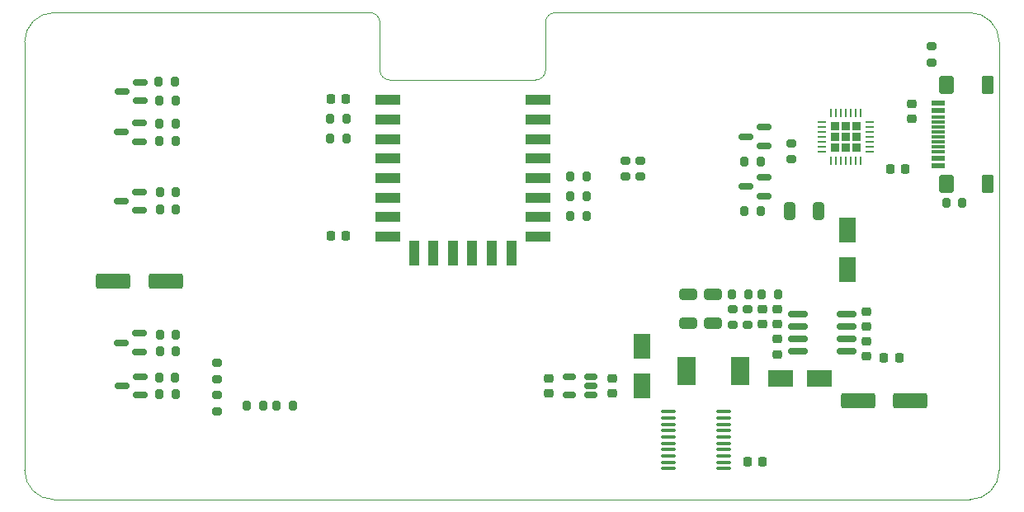
<source format=gtp>
G04 #@! TF.GenerationSoftware,KiCad,Pcbnew,(5.99.0-10216-g675444a646)*
G04 #@! TF.CreationDate,2021-05-11T20:11:49+02:00*
G04 #@! TF.ProjectId,ESP-Hiro,4553502d-4869-4726-9f2e-6b696361645f,rev?*
G04 #@! TF.SameCoordinates,Original*
G04 #@! TF.FileFunction,Paste,Top*
G04 #@! TF.FilePolarity,Positive*
%FSLAX46Y46*%
G04 Gerber Fmt 4.6, Leading zero omitted, Abs format (unit mm)*
G04 Created by KiCad (PCBNEW (5.99.0-10216-g675444a646)) date 2021-05-11 20:11:49*
%MOMM*%
%LPD*%
G01*
G04 APERTURE LIST*
G04 Aperture macros list*
%AMRoundRect*
0 Rectangle with rounded corners*
0 $1 Rounding radius*
0 $2 $3 $4 $5 $6 $7 $8 $9 X,Y pos of 4 corners*
0 Add a 4 corners polygon primitive as box body*
4,1,4,$2,$3,$4,$5,$6,$7,$8,$9,$2,$3,0*
0 Add four circle primitives for the rounded corners*
1,1,$1+$1,$2,$3*
1,1,$1+$1,$4,$5*
1,1,$1+$1,$6,$7*
1,1,$1+$1,$8,$9*
0 Add four rect primitives between the rounded corners*
20,1,$1+$1,$2,$3,$4,$5,0*
20,1,$1+$1,$4,$5,$6,$7,0*
20,1,$1+$1,$6,$7,$8,$9,0*
20,1,$1+$1,$8,$9,$2,$3,0*%
G04 Aperture macros list end*
G04 #@! TA.AperFunction,Profile*
%ADD10C,0.050000*%
G04 #@! TD*
%ADD11RoundRect,0.225000X-0.250000X0.225000X-0.250000X-0.225000X0.250000X-0.225000X0.250000X0.225000X0*%
%ADD12RoundRect,0.225000X0.250000X-0.225000X0.250000X0.225000X-0.250000X0.225000X-0.250000X-0.225000X0*%
%ADD13RoundRect,0.250000X0.650000X-0.325000X0.650000X0.325000X-0.650000X0.325000X-0.650000X-0.325000X0*%
%ADD14RoundRect,0.225000X-0.225000X-0.250000X0.225000X-0.250000X0.225000X0.250000X-0.225000X0.250000X0*%
%ADD15R,2.500000X1.800000*%
%ADD16RoundRect,0.150000X0.587500X0.150000X-0.587500X0.150000X-0.587500X-0.150000X0.587500X-0.150000X0*%
%ADD17RoundRect,0.200000X0.200000X0.275000X-0.200000X0.275000X-0.200000X-0.275000X0.200000X-0.275000X0*%
%ADD18RoundRect,0.200000X0.275000X-0.200000X0.275000X0.200000X-0.275000X0.200000X-0.275000X-0.200000X0*%
%ADD19RoundRect,0.200000X-0.200000X-0.275000X0.200000X-0.275000X0.200000X0.275000X-0.200000X0.275000X0*%
%ADD20RoundRect,0.200000X-0.275000X0.200000X-0.275000X-0.200000X0.275000X-0.200000X0.275000X0.200000X0*%
%ADD21RoundRect,0.150000X0.825000X0.150000X-0.825000X0.150000X-0.825000X-0.150000X0.825000X-0.150000X0*%
%ADD22RoundRect,0.150000X0.512500X0.150000X-0.512500X0.150000X-0.512500X-0.150000X0.512500X-0.150000X0*%
%ADD23RoundRect,0.250000X0.325000X0.650000X-0.325000X0.650000X-0.325000X-0.650000X0.325000X-0.650000X0*%
%ADD24RoundRect,0.225000X0.225000X0.250000X-0.225000X0.250000X-0.225000X-0.250000X0.225000X-0.250000X0*%
%ADD25R,1.800000X2.500000*%
%ADD26RoundRect,0.225000X0.225000X0.225000X-0.225000X0.225000X-0.225000X-0.225000X0.225000X-0.225000X0*%
%ADD27RoundRect,0.062500X0.337500X0.062500X-0.337500X0.062500X-0.337500X-0.062500X0.337500X-0.062500X0*%
%ADD28RoundRect,0.062500X0.062500X0.337500X-0.062500X0.337500X-0.062500X-0.337500X0.062500X-0.337500X0*%
%ADD29R,1.450000X0.600000*%
%ADD30R,1.450000X0.300000*%
%ADD31RoundRect,0.120000X0.480000X-0.780000X0.480000X0.780000X-0.480000X0.780000X-0.480000X-0.780000X0*%
%ADD32RoundRect,0.145000X0.580000X-0.755000X0.580000X0.755000X-0.580000X0.755000X-0.580000X-0.755000X0*%
%ADD33R,1.950000X3.000000*%
%ADD34R,2.500000X1.100000*%
%ADD35R,1.100000X2.500000*%
%ADD36RoundRect,0.250000X-1.500000X-0.550000X1.500000X-0.550000X1.500000X0.550000X-1.500000X0.550000X0*%
%ADD37RoundRect,0.100000X0.637500X0.100000X-0.637500X0.100000X-0.637500X-0.100000X0.637500X-0.100000X0*%
%ADD38RoundRect,0.250000X1.500000X0.550000X-1.500000X0.550000X-1.500000X-0.550000X1.500000X-0.550000X0*%
G04 APERTURE END LIST*
D10*
X100000000Y-127000000D02*
X100000000Y-83000000D01*
X200000000Y-127000000D02*
G75*
G02*
X197000000Y-130000000I-3000000J0D01*
G01*
X100000000Y-83000000D02*
G75*
G02*
X103000000Y-80000000I3000000J0D01*
G01*
X154450000Y-80000000D02*
G75*
G03*
X153450000Y-81000000I0J-1000000D01*
G01*
X197000000Y-80000000D02*
X154450000Y-80000000D01*
X100000000Y-127000000D02*
G75*
G03*
X103000000Y-130000000I3000000J0D01*
G01*
X200000000Y-83000000D02*
X200000000Y-127000000D01*
X153450000Y-85900000D02*
G75*
G02*
X152450000Y-86900000I-1000000J0D01*
G01*
X136450000Y-81000000D02*
G75*
G03*
X135450000Y-80000000I-1000000J0D01*
G01*
X197000000Y-80000000D02*
G75*
G02*
X200000000Y-83000000I0J-3000000D01*
G01*
X136450000Y-85900000D02*
X136450000Y-81000000D01*
X153450000Y-85900000D02*
X153450000Y-81000000D01*
X103000000Y-80000000D02*
X135450000Y-80000000D01*
X137450000Y-86900000D02*
G75*
G02*
X136450000Y-85900000I0J1000000D01*
G01*
X137450000Y-86900000D02*
X152450000Y-86900000D01*
X197000000Y-130000000D02*
X103000000Y-130000000D01*
D11*
X186387000Y-113734000D03*
X186387000Y-115284000D03*
D12*
X177243000Y-115076002D03*
X177243000Y-113526002D03*
X186387000Y-112223000D03*
X186387000Y-110673000D03*
X177243000Y-112015002D03*
X177243000Y-110465002D03*
X175719000Y-112015002D03*
X175719000Y-110465002D03*
D13*
X168099000Y-111886002D03*
X168099000Y-108936002D03*
X170639000Y-111886002D03*
X170639000Y-108936002D03*
D14*
X131418000Y-88842000D03*
X132968000Y-88842000D03*
X131418000Y-102939000D03*
X132968000Y-102939000D03*
D12*
X160260000Y-119081000D03*
X160260000Y-117531000D03*
X153783000Y-119081000D03*
X153783000Y-117531000D03*
D15*
X177564000Y-117603002D03*
X181564000Y-117603002D03*
D16*
X111843000Y-89030000D03*
X111843000Y-87130000D03*
X109968000Y-88080000D03*
D17*
X177306000Y-108954002D03*
X175656000Y-108954002D03*
D18*
X172671000Y-112090002D03*
X172671000Y-110440002D03*
X174195000Y-112090002D03*
X174195000Y-110440002D03*
D19*
X172608000Y-108954002D03*
X174258000Y-108954002D03*
D18*
X161657000Y-96843000D03*
X161657000Y-95193000D03*
X163181000Y-96843000D03*
X163181000Y-95193000D03*
D17*
X157656000Y-96843000D03*
X156006000Y-96843000D03*
X157656000Y-98875000D03*
X156006000Y-98875000D03*
D19*
X131368000Y-92906000D03*
X133018000Y-92906000D03*
X131368000Y-90874000D03*
X133018000Y-90874000D03*
D17*
X157656000Y-100907000D03*
X156006000Y-100907000D03*
D20*
X119747000Y-119259000D03*
X119747000Y-120909000D03*
X119747000Y-115957000D03*
X119747000Y-117607000D03*
D19*
X113816600Y-88994400D03*
X115466600Y-88994400D03*
X113842000Y-93160000D03*
X115492000Y-93160000D03*
X113868900Y-100193200D03*
X115518900Y-100193200D03*
X113867400Y-114783000D03*
X115517400Y-114783000D03*
X113816600Y-119169600D03*
X115466600Y-119169600D03*
D17*
X115415800Y-87114800D03*
X113765800Y-87114800D03*
X115492000Y-91382000D03*
X113842000Y-91382000D03*
X115518900Y-98466000D03*
X113868900Y-98466000D03*
X115529600Y-113055800D03*
X113879600Y-113055800D03*
X115454400Y-117493200D03*
X113804400Y-117493200D03*
D21*
X184325000Y-114779000D03*
X184325000Y-113509000D03*
X184325000Y-112239000D03*
X184325000Y-110969000D03*
X179375000Y-110969000D03*
X179375000Y-112239000D03*
X179375000Y-113509000D03*
X179375000Y-114779000D03*
D22*
X158127500Y-119256000D03*
X158127500Y-118306000D03*
X158127500Y-117356000D03*
X155852500Y-117356000D03*
X155852500Y-119256000D03*
D11*
X190994000Y-89337000D03*
X190994000Y-90887000D03*
D23*
X181475000Y-100399000D03*
X178525000Y-100399000D03*
D24*
X190372000Y-96081000D03*
X188822000Y-96081000D03*
D25*
X184390000Y-106349800D03*
X184390000Y-102349800D03*
D16*
X175865500Y-98808500D03*
X175865500Y-96908500D03*
X173990500Y-97858500D03*
X175865500Y-93666000D03*
X175865500Y-91766000D03*
X173990500Y-92716000D03*
D18*
X193026000Y-85095000D03*
X193026000Y-83445000D03*
D17*
X196200000Y-99510000D03*
X194550000Y-99510000D03*
D20*
X178675000Y-93415000D03*
X178675000Y-95065000D03*
D17*
X175499000Y-100398500D03*
X173849000Y-100398500D03*
X175499000Y-95256000D03*
X173849000Y-95256000D03*
D26*
X185383000Y-92750000D03*
X183143000Y-91630000D03*
X184263000Y-92750000D03*
X185383000Y-91630000D03*
X184263000Y-93870000D03*
X183143000Y-93870000D03*
X183143000Y-92750000D03*
X185383000Y-93870000D03*
X184263000Y-91630000D03*
D27*
X186713000Y-94250000D03*
X186713000Y-93750000D03*
X186713000Y-93250000D03*
X186713000Y-92750000D03*
X186713000Y-92250000D03*
X186713000Y-91750000D03*
X186713000Y-91250000D03*
D28*
X185763000Y-90300000D03*
X185263000Y-90300000D03*
X184763000Y-90300000D03*
X184263000Y-90300000D03*
X183763000Y-90300000D03*
X183263000Y-90300000D03*
X182763000Y-90300000D03*
D27*
X181813000Y-91250000D03*
X181813000Y-91750000D03*
X181813000Y-92250000D03*
X181813000Y-92750000D03*
X181813000Y-93250000D03*
X181813000Y-93750000D03*
X181813000Y-94250000D03*
D28*
X182763000Y-95200000D03*
X183263000Y-95200000D03*
X183763000Y-95200000D03*
X184263000Y-95200000D03*
X184763000Y-95200000D03*
X185263000Y-95200000D03*
X185763000Y-95200000D03*
D29*
X193705000Y-95750000D03*
X193705000Y-94950000D03*
D30*
X193705000Y-93750000D03*
X193705000Y-92750000D03*
X193705000Y-92250000D03*
X193705000Y-91250000D03*
D29*
X193705000Y-90050000D03*
X193705000Y-89250000D03*
X193705000Y-89250000D03*
X193705000Y-90050000D03*
D30*
X193705000Y-90750000D03*
X193705000Y-91750000D03*
X193705000Y-93250000D03*
X193705000Y-94250000D03*
D29*
X193705000Y-94950000D03*
X193705000Y-95750000D03*
D31*
X198800000Y-97570000D03*
X198800000Y-87430000D03*
D32*
X194620000Y-97570000D03*
X194620000Y-87430000D03*
D33*
X167923200Y-116764200D03*
X173423200Y-116764200D03*
D16*
X111794500Y-93221000D03*
X111794500Y-91321000D03*
X109919500Y-92271000D03*
D19*
X125844000Y-120338000D03*
X127494000Y-120338000D03*
D16*
X111870700Y-119256000D03*
X111870700Y-117356000D03*
X109995700Y-118306000D03*
D34*
X137250000Y-88983000D03*
X137250000Y-90983000D03*
X137250000Y-92983000D03*
X137250000Y-94983000D03*
X137250000Y-96983000D03*
X137250000Y-98983000D03*
X137250000Y-100983000D03*
X137250000Y-102983000D03*
X152650000Y-102983000D03*
X152650000Y-100983000D03*
X152650000Y-98983000D03*
X152650000Y-96983000D03*
X152650000Y-94983000D03*
X152650000Y-92983000D03*
X152650000Y-90983000D03*
X152650000Y-88983000D03*
D35*
X139940000Y-104683000D03*
X141940000Y-104683000D03*
X143940000Y-104683000D03*
X145940000Y-104683000D03*
X147940000Y-104683000D03*
X149940000Y-104683000D03*
D24*
X175690000Y-126086000D03*
X174140000Y-126086000D03*
D17*
X124446000Y-120338000D03*
X122796000Y-120338000D03*
D25*
X163358000Y-118281600D03*
X163358000Y-114281600D03*
D36*
X109096000Y-107544000D03*
X114496000Y-107544000D03*
D16*
X111796000Y-100305000D03*
X111796000Y-98405000D03*
X109921000Y-99355000D03*
D14*
X188174000Y-115452998D03*
X189724000Y-115452998D03*
D37*
X171758500Y-126819000D03*
X171758500Y-126169000D03*
X171758500Y-125519000D03*
X171758500Y-124869000D03*
X171758500Y-124219000D03*
X171758500Y-123569000D03*
X171758500Y-122919000D03*
X171758500Y-122269000D03*
X171758500Y-121619000D03*
X171758500Y-120969000D03*
X166033500Y-120969000D03*
X166033500Y-121619000D03*
X166033500Y-122269000D03*
X166033500Y-122919000D03*
X166033500Y-123569000D03*
X166033500Y-124219000D03*
X166033500Y-124869000D03*
X166033500Y-125519000D03*
X166033500Y-126169000D03*
X166033500Y-126819000D03*
D38*
X190900000Y-119830000D03*
X185500000Y-119830000D03*
D16*
X111794500Y-114844000D03*
X111794500Y-112944000D03*
X109919500Y-113894000D03*
M02*

</source>
